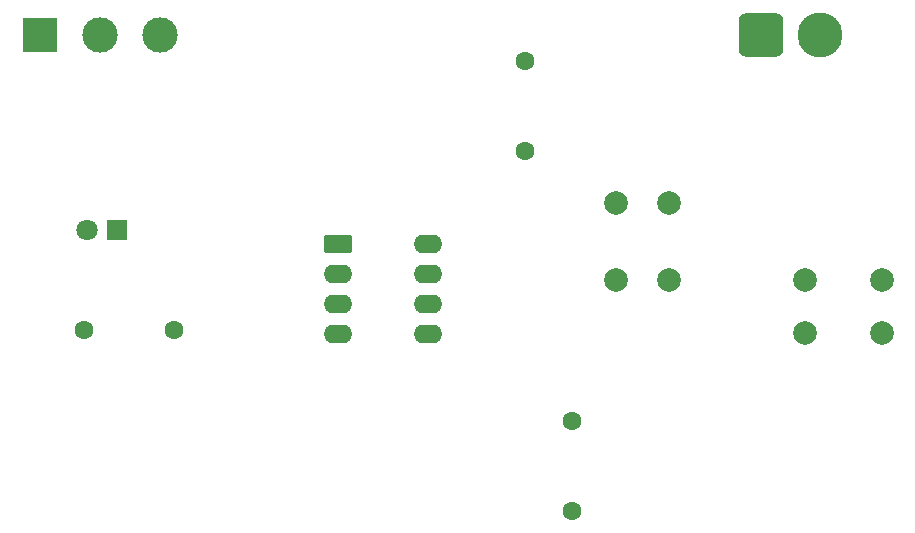
<source format=gbr>
%TF.GenerationSoftware,KiCad,Pcbnew,9.0.4*%
%TF.CreationDate,2025-10-10T16:17:53+02:00*%
%TF.ProjectId,Timmer-555-bistable-0.0.1,54696d6d-6572-42d3-9535-352d62697374,rev?*%
%TF.SameCoordinates,Original*%
%TF.FileFunction,Soldermask,Bot*%
%TF.FilePolarity,Negative*%
%FSLAX46Y46*%
G04 Gerber Fmt 4.6, Leading zero omitted, Abs format (unit mm)*
G04 Created by KiCad (PCBNEW 9.0.4) date 2025-10-10 16:17:53*
%MOMM*%
%LPD*%
G01*
G04 APERTURE LIST*
G04 Aperture macros list*
%AMRoundRect*
0 Rectangle with rounded corners*
0 $1 Rounding radius*
0 $2 $3 $4 $5 $6 $7 $8 $9 X,Y pos of 4 corners*
0 Add a 4 corners polygon primitive as box body*
4,1,4,$2,$3,$4,$5,$6,$7,$8,$9,$2,$3,0*
0 Add four circle primitives for the rounded corners*
1,1,$1+$1,$2,$3*
1,1,$1+$1,$4,$5*
1,1,$1+$1,$6,$7*
1,1,$1+$1,$8,$9*
0 Add four rect primitives between the rounded corners*
20,1,$1+$1,$2,$3,$4,$5,0*
20,1,$1+$1,$4,$5,$6,$7,0*
20,1,$1+$1,$6,$7,$8,$9,0*
20,1,$1+$1,$8,$9,$2,$3,0*%
G04 Aperture macros list end*
%ADD10RoundRect,0.250000X-0.950000X-0.550000X0.950000X-0.550000X0.950000X0.550000X-0.950000X0.550000X0*%
%ADD11O,2.400000X1.600000*%
%ADD12C,2.000000*%
%ADD13R,3.000000X3.000000*%
%ADD14C,3.000000*%
%ADD15RoundRect,0.760000X-1.140000X-1.140000X1.140000X-1.140000X1.140000X1.140000X-1.140000X1.140000X0*%
%ADD16C,3.800000*%
%ADD17C,1.600000*%
%ADD18R,1.800000X1.800000*%
%ADD19C,1.800000*%
G04 APERTURE END LIST*
D10*
%TO.C,U1*%
X127190000Y-59690000D03*
D11*
X127190000Y-62230000D03*
X127190000Y-64770000D03*
X127190000Y-67310000D03*
X134810000Y-67310000D03*
X134810000Y-64770000D03*
X134810000Y-62230000D03*
X134810000Y-59690000D03*
%TD*%
D12*
%TO.C,SW2*%
X150750000Y-62750000D03*
X150750000Y-56250000D03*
X155250000Y-62750000D03*
X155250000Y-56250000D03*
%TD*%
%TO.C,SW1*%
X166750000Y-62750000D03*
X173250000Y-62750000D03*
X166750000Y-67250000D03*
X173250000Y-67250000D03*
%TD*%
D13*
%TO.C,SW0*%
X101920000Y-42000000D03*
D14*
X107000000Y-42000000D03*
X112080000Y-42000000D03*
%TD*%
D15*
%TO.C,SOURCE_DC1*%
X163000000Y-42000000D03*
D16*
X168000000Y-42000000D03*
%TD*%
D17*
%TO.C,RA2*%
X143000000Y-51810000D03*
X143000000Y-44190000D03*
%TD*%
%TO.C,RA1*%
X147000000Y-74690000D03*
X147000000Y-82310000D03*
%TD*%
%TO.C,R1*%
X113310000Y-67000000D03*
X105690000Y-67000000D03*
%TD*%
D18*
%TO.C,D1*%
X108500000Y-58500000D03*
D19*
X105960000Y-58500000D03*
%TD*%
M02*

</source>
